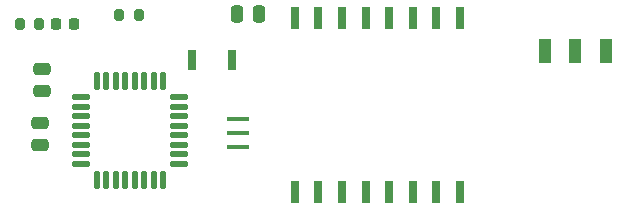
<source format=gbr>
G04 #@! TF.GenerationSoftware,KiCad,Pcbnew,9.0.3*
G04 #@! TF.CreationDate,2025-08-17T17:29:30-04:00*
G04 #@! TF.ProjectId,remote,72656d6f-7465-42e6-9b69-6361645f7063,rev?*
G04 #@! TF.SameCoordinates,Original*
G04 #@! TF.FileFunction,Paste,Bot*
G04 #@! TF.FilePolarity,Positive*
%FSLAX46Y46*%
G04 Gerber Fmt 4.6, Leading zero omitted, Abs format (unit mm)*
G04 Created by KiCad (PCBNEW 9.0.3) date 2025-08-17 17:29:30*
%MOMM*%
%LPD*%
G01*
G04 APERTURE LIST*
G04 Aperture macros list*
%AMRoundRect*
0 Rectangle with rounded corners*
0 $1 Rounding radius*
0 $2 $3 $4 $5 $6 $7 $8 $9 X,Y pos of 4 corners*
0 Add a 4 corners polygon primitive as box body*
4,1,4,$2,$3,$4,$5,$6,$7,$8,$9,$2,$3,0*
0 Add four circle primitives for the rounded corners*
1,1,$1+$1,$2,$3*
1,1,$1+$1,$4,$5*
1,1,$1+$1,$6,$7*
1,1,$1+$1,$8,$9*
0 Add four rect primitives between the rounded corners*
20,1,$1+$1,$2,$3,$4,$5,0*
20,1,$1+$1,$4,$5,$6,$7,0*
20,1,$1+$1,$6,$7,$8,$9,0*
20,1,$1+$1,$8,$9,$2,$3,0*%
G04 Aperture macros list end*
%ADD10RoundRect,0.218750X0.218750X0.256250X-0.218750X0.256250X-0.218750X-0.256250X0.218750X-0.256250X0*%
%ADD11RoundRect,0.200000X0.200000X0.275000X-0.200000X0.275000X-0.200000X-0.275000X0.200000X-0.275000X0*%
%ADD12RoundRect,0.250000X0.475000X-0.250000X0.475000X0.250000X-0.475000X0.250000X-0.475000X-0.250000X0*%
%ADD13RoundRect,0.137500X0.600000X0.137500X-0.600000X0.137500X-0.600000X-0.137500X0.600000X-0.137500X0*%
%ADD14RoundRect,0.137500X0.137500X0.600000X-0.137500X0.600000X-0.137500X-0.600000X0.137500X-0.600000X0*%
%ADD15RoundRect,0.250000X0.250000X0.475000X-0.250000X0.475000X-0.250000X-0.475000X0.250000X-0.475000X0*%
%ADD16R,0.762000X1.905000*%
%ADD17R,0.800000X1.700000*%
%ADD18R,0.990600X2.006600*%
%ADD19R,1.900000X0.400000*%
G04 APERTURE END LIST*
D10*
G04 #@! TO.C,D1*
X197004388Y-52222400D03*
X198579388Y-52222400D03*
G04 #@! TD*
D11*
G04 #@! TO.C,R2*
X193944288Y-52247800D03*
X195594288Y-52247800D03*
G04 #@! TD*
G04 #@! TO.C,R1*
X204042288Y-51460400D03*
X202392288Y-51460400D03*
G04 #@! TD*
D12*
G04 #@! TO.C,C1*
X195810688Y-57922200D03*
X195810688Y-56022200D03*
G04 #@! TD*
G04 #@! TO.C,C4*
X195632888Y-62468800D03*
X195632888Y-60568800D03*
G04 #@! TD*
D13*
G04 #@! TO.C,CPU1*
X207440788Y-58439400D03*
X207440788Y-59239400D03*
X207440788Y-60039400D03*
X207440788Y-60839400D03*
X207440788Y-61639400D03*
X207440788Y-62439400D03*
X207440788Y-63239400D03*
X207440788Y-64039400D03*
D14*
X206078288Y-65401900D03*
X205278288Y-65401900D03*
X204478288Y-65401900D03*
X203678288Y-65401900D03*
X202878288Y-65401900D03*
X202078288Y-65401900D03*
X201278288Y-65401900D03*
X200478288Y-65401900D03*
D13*
X199115788Y-64039400D03*
X199115788Y-63239400D03*
X199115788Y-62439400D03*
X199115788Y-61639400D03*
X199115788Y-60839400D03*
X199115788Y-60039400D03*
X199115788Y-59239400D03*
X199115788Y-58439400D03*
D14*
X200478288Y-57076900D03*
X201278288Y-57076900D03*
X202078288Y-57076900D03*
X202878288Y-57076900D03*
X203678288Y-57076900D03*
X204478288Y-57076900D03*
X205278288Y-57076900D03*
X206078288Y-57076900D03*
G04 #@! TD*
D15*
G04 #@! TO.C,C3*
X214210488Y-51358800D03*
X212310488Y-51358800D03*
G04 #@! TD*
D16*
G04 #@! TO.C,RADIO1*
X231233287Y-66433700D03*
X229233288Y-66433700D03*
X227233287Y-66433700D03*
X225233289Y-66433700D03*
X223233287Y-66433700D03*
X221233289Y-66433700D03*
X219233288Y-66433700D03*
X217233287Y-66433700D03*
X217233289Y-51727100D03*
X219233288Y-51727100D03*
X221233289Y-51727100D03*
X223233287Y-51727100D03*
X225233289Y-51727100D03*
X227233287Y-51727100D03*
X229233288Y-51727100D03*
X231233289Y-51727100D03*
G04 #@! TD*
D17*
G04 #@! TO.C,B3*
X208563288Y-55270400D03*
X211963288Y-55270400D03*
G04 #@! TD*
D18*
G04 #@! TO.C,ANT1*
X243600788Y-54508400D03*
X240997288Y-54508400D03*
X238393788Y-54508400D03*
G04 #@! TD*
D19*
G04 #@! TO.C,Y1*
X212422288Y-60253400D03*
X212422288Y-61453400D03*
X212422288Y-62653400D03*
G04 #@! TD*
M02*

</source>
